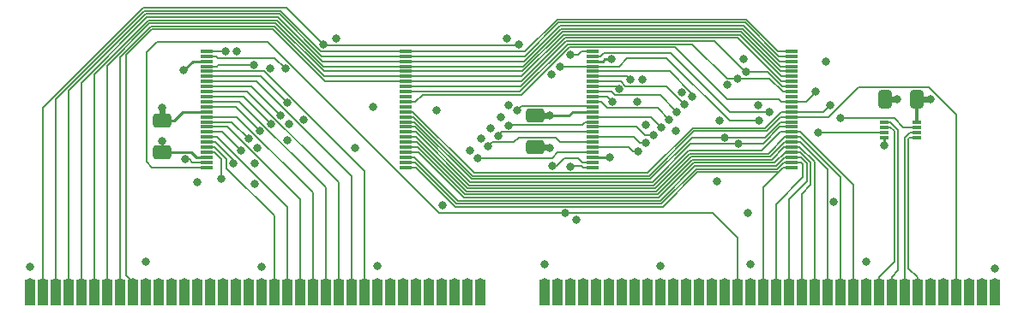
<source format=gtl>
G04 #@! TF.GenerationSoftware,KiCad,Pcbnew,9.0.0*
G04 #@! TF.CreationDate,2025-04-30T20:38:19+02:00*
G04 #@! TF.ProjectId,simm72_rom_smd,73696d6d-3732-45f7-926f-6d5f736d642e,A1*
G04 #@! TF.SameCoordinates,Original*
G04 #@! TF.FileFunction,Copper,L1,Top*
G04 #@! TF.FilePolarity,Positive*
%FSLAX46Y46*%
G04 Gerber Fmt 4.6, Leading zero omitted, Abs format (unit mm)*
G04 Created by KiCad (PCBNEW 9.0.0) date 2025-04-30 20:38:19*
%MOMM*%
%LPD*%
G01*
G04 APERTURE LIST*
G04 Aperture macros list*
%AMRoundRect*
0 Rectangle with rounded corners*
0 $1 Rounding radius*
0 $2 $3 $4 $5 $6 $7 $8 $9 X,Y pos of 4 corners*
0 Add a 4 corners polygon primitive as box body*
4,1,4,$2,$3,$4,$5,$6,$7,$8,$9,$2,$3,0*
0 Add four circle primitives for the rounded corners*
1,1,$1+$1,$2,$3*
1,1,$1+$1,$4,$5*
1,1,$1+$1,$6,$7*
1,1,$1+$1,$8,$9*
0 Add four rect primitives between the rounded corners*
20,1,$1+$1,$2,$3,$4,$5,0*
20,1,$1+$1,$4,$5,$6,$7,0*
20,1,$1+$1,$6,$7,$8,$9,0*
20,1,$1+$1,$8,$9,$2,$3,0*%
G04 Aperture macros list end*
G04 #@! TA.AperFunction,SMDPad,CuDef*
%ADD10R,1.040000X2.540000*%
G04 #@! TD*
G04 #@! TA.AperFunction,SMDPad,CuDef*
%ADD11R,1.300000X0.300000*%
G04 #@! TD*
G04 #@! TA.AperFunction,SMDPad,CuDef*
%ADD12RoundRect,0.250000X-0.650000X0.412500X-0.650000X-0.412500X0.650000X-0.412500X0.650000X0.412500X0*%
G04 #@! TD*
G04 #@! TA.AperFunction,SMDPad,CuDef*
%ADD13R,0.850000X0.300000*%
G04 #@! TD*
G04 #@! TA.AperFunction,SMDPad,CuDef*
%ADD14RoundRect,0.250000X0.412500X0.650000X-0.412500X0.650000X-0.412500X-0.650000X0.412500X-0.650000X0*%
G04 #@! TD*
G04 #@! TA.AperFunction,ViaPad*
%ADD15C,0.800000*%
G04 #@! TD*
G04 #@! TA.AperFunction,Conductor*
%ADD16C,0.152400*%
G04 #@! TD*
G04 #@! TA.AperFunction,Conductor*
%ADD17C,0.254000*%
G04 #@! TD*
G04 #@! TA.AperFunction,Conductor*
%ADD18C,0.609600*%
G04 #@! TD*
G04 #@! TA.AperFunction,Conductor*
%ADD19C,0.304800*%
G04 #@! TD*
G04 APERTURE END LIST*
D10*
X57375000Y-113921000D03*
X58645000Y-113921000D03*
X59915000Y-113921000D03*
X61185000Y-113921000D03*
X62455000Y-113921000D03*
X63725000Y-113921000D03*
X64995000Y-113921000D03*
X66265000Y-113921000D03*
X67535000Y-113921000D03*
X68805000Y-113921000D03*
X70075000Y-113921000D03*
X71345000Y-113921000D03*
X72615000Y-113921000D03*
X73885000Y-113921000D03*
X75155000Y-113921000D03*
X76425000Y-113921000D03*
X77695000Y-113921000D03*
X78965000Y-113921000D03*
X80235000Y-113921000D03*
X81505000Y-113921000D03*
X82775000Y-113921000D03*
X84045000Y-113921000D03*
X85315000Y-113921000D03*
X86585000Y-113921000D03*
X87855000Y-113921000D03*
X89125000Y-113921000D03*
X90395000Y-113921000D03*
X91665000Y-113921000D03*
X92935000Y-113921000D03*
X94205000Y-113921000D03*
X95475000Y-113921000D03*
X96745000Y-113921000D03*
X98015000Y-113921000D03*
X99285000Y-113921000D03*
X100555000Y-113921000D03*
X101825000Y-113921000D03*
X108175000Y-113921000D03*
X109445000Y-113921000D03*
X110715000Y-113921000D03*
X111985000Y-113921000D03*
X113255000Y-113921000D03*
X114525000Y-113921000D03*
X115795000Y-113921000D03*
X117065000Y-113921000D03*
X118335000Y-113921000D03*
X119605000Y-113921000D03*
X120875000Y-113921000D03*
X122145000Y-113921000D03*
X123415000Y-113921000D03*
X124685000Y-113921000D03*
X125955000Y-113921000D03*
X127225000Y-113921000D03*
X128495000Y-113921000D03*
X129765000Y-113921000D03*
X131035000Y-113921000D03*
X132305000Y-113921000D03*
X133575000Y-113921000D03*
X134845000Y-113921000D03*
X136115000Y-113921000D03*
X137385000Y-113921000D03*
X138655000Y-113921000D03*
X139925000Y-113921000D03*
X141195000Y-113921000D03*
X142465000Y-113921000D03*
X143735000Y-113921000D03*
X145005000Y-113921000D03*
X146275000Y-113921000D03*
X147545000Y-113921000D03*
X148815000Y-113921000D03*
X150085000Y-113921000D03*
X151355000Y-113921000D03*
X152625000Y-113921000D03*
D11*
X132630000Y-101510000D03*
X132630000Y-101010000D03*
X132630000Y-100510000D03*
X132630000Y-100010000D03*
X132630000Y-99510000D03*
X132630000Y-99010000D03*
X132630000Y-98510000D03*
X132630000Y-98010000D03*
X132630000Y-97510000D03*
X132630000Y-97010000D03*
X132630000Y-96510000D03*
X132630000Y-96010000D03*
X132630000Y-95510000D03*
X132630000Y-95010000D03*
X132630000Y-94510000D03*
X132630000Y-94010000D03*
X132630000Y-93510000D03*
X132630000Y-93010000D03*
X132630000Y-92510000D03*
X132630000Y-92010000D03*
X132630000Y-91510000D03*
X132630000Y-91010000D03*
X132630000Y-90510000D03*
X132630000Y-90010000D03*
X112930000Y-90010000D03*
X112930000Y-90510000D03*
X112930000Y-91010000D03*
X112930000Y-91510000D03*
X112930000Y-92010000D03*
X112930000Y-92510000D03*
X112930000Y-93010000D03*
X112930000Y-93510000D03*
X112930000Y-94010000D03*
X112930000Y-94510000D03*
X112930000Y-95010000D03*
X112930000Y-95510000D03*
X112930000Y-96010000D03*
X112930000Y-96510000D03*
X112930000Y-97010000D03*
X112930000Y-97510000D03*
X112930000Y-98010000D03*
X112930000Y-98510000D03*
X112930000Y-99010000D03*
X112930000Y-99510000D03*
X112930000Y-100010000D03*
X112930000Y-100510000D03*
X112930000Y-101010000D03*
X112930000Y-101510000D03*
D12*
X107286000Y-96356500D03*
X107286000Y-99481500D03*
D13*
X141779000Y-97042000D03*
X141779000Y-97542000D03*
X141779000Y-98042000D03*
X141779000Y-98542000D03*
X144929000Y-98542000D03*
X144929000Y-98042000D03*
X144929000Y-97542000D03*
X144929000Y-97042000D03*
D12*
X70456000Y-96864500D03*
X70456000Y-99989500D03*
D14*
X144916500Y-94744000D03*
X141791500Y-94744000D03*
D11*
X94530000Y-101510000D03*
X94530000Y-101010000D03*
X94530000Y-100510000D03*
X94530000Y-100010000D03*
X94530000Y-99510000D03*
X94530000Y-99010000D03*
X94530000Y-98510000D03*
X94530000Y-98010000D03*
X94530000Y-97510000D03*
X94530000Y-97010000D03*
X94530000Y-96510000D03*
X94530000Y-96010000D03*
X94530000Y-95510000D03*
X94530000Y-95010000D03*
X94530000Y-94510000D03*
X94530000Y-94010000D03*
X94530000Y-93510000D03*
X94530000Y-93010000D03*
X94530000Y-92510000D03*
X94530000Y-92010000D03*
X94530000Y-91510000D03*
X94530000Y-91010000D03*
X94530000Y-90510000D03*
X94530000Y-90010000D03*
X74830000Y-90010000D03*
X74830000Y-90510000D03*
X74830000Y-91010000D03*
X74830000Y-91510000D03*
X74830000Y-92010000D03*
X74830000Y-92510000D03*
X74830000Y-93010000D03*
X74830000Y-93510000D03*
X74830000Y-94010000D03*
X74830000Y-94510000D03*
X74830000Y-95010000D03*
X74830000Y-95510000D03*
X74830000Y-96010000D03*
X74830000Y-96510000D03*
X74830000Y-97010000D03*
X74830000Y-97510000D03*
X74830000Y-98010000D03*
X74830000Y-98510000D03*
X74830000Y-99010000D03*
X74830000Y-99510000D03*
X74830000Y-100010000D03*
X74830000Y-100510000D03*
X74830000Y-101010000D03*
X74830000Y-101510000D03*
D15*
X58645000Y-112854200D03*
X86378816Y-89362184D03*
X76679000Y-90045000D03*
X105635000Y-89381900D03*
X110778134Y-90362134D03*
X59915000Y-112854200D03*
X61185000Y-112854200D03*
X62455000Y-112854200D03*
X63725000Y-112854200D03*
X64995000Y-112854200D03*
X66265000Y-112854200D03*
X67535000Y-112854200D03*
X138655000Y-112854200D03*
X137385000Y-112854200D03*
X136115000Y-112854200D03*
X101952000Y-98681000D03*
X121764000Y-94109000D03*
X127860000Y-90813900D03*
X108175000Y-111127000D03*
X142973000Y-94744000D03*
X79593100Y-101094000D03*
X114779000Y-90800100D03*
X68805000Y-110873000D03*
X128495000Y-112854200D03*
X121135900Y-97919000D03*
X68805000Y-112854200D03*
X126209000Y-93340100D03*
X128495000Y-111127000D03*
X70456000Y-98935000D03*
X80235000Y-111381000D03*
X111350000Y-106675100D03*
X73885000Y-102999000D03*
X135988000Y-91061000D03*
X77822000Y-90045000D03*
X125447000Y-96903000D03*
X141779000Y-99316000D03*
X82775000Y-98808000D03*
X139925000Y-110873000D03*
X104492000Y-88775000D03*
X97507000Y-95887000D03*
X125193000Y-102872000D03*
X91665000Y-112854200D03*
X114652000Y-100509800D03*
X129257000Y-95379000D03*
X72568034Y-91903034D03*
X108175000Y-112854200D03*
X89506000Y-99570000D03*
X79593100Y-103126000D03*
X117319000Y-95004900D03*
X81124000Y-91695500D03*
X139925000Y-112854200D03*
X91665000Y-111254000D03*
X108683000Y-99570000D03*
X79860900Y-99570000D03*
X91284000Y-95506000D03*
X118208000Y-97284000D03*
X87601000Y-88775000D03*
X98142000Y-105285000D03*
X128241000Y-106047000D03*
X100809000Y-99824000D03*
X102841000Y-97665000D03*
X119605000Y-112854200D03*
X104619000Y-95379000D03*
X80235000Y-112854200D03*
X136750000Y-104904000D03*
X82965134Y-97220866D03*
X108873134Y-92267134D03*
X84425634Y-96776366D03*
X103857000Y-96522000D03*
X119605000Y-111254000D03*
X117827000Y-92839000D03*
X70075000Y-112854200D03*
X76298000Y-102618000D03*
X77441000Y-101094000D03*
X71345000Y-112854200D03*
X72615000Y-112854200D03*
X78203000Y-99824000D03*
X73885000Y-112854200D03*
X78965000Y-98681000D03*
X80108366Y-97918634D03*
X75155000Y-112854200D03*
X81187866Y-97220134D03*
X76425000Y-112854200D03*
X82140000Y-96395000D03*
X77695000Y-112854200D03*
X78965000Y-112854200D03*
X82774634Y-95125366D03*
X81505000Y-112854200D03*
X82775000Y-112854200D03*
X84045000Y-112854200D03*
X85315000Y-112854200D03*
X86585000Y-112854200D03*
X87855000Y-112854200D03*
X89125000Y-112854200D03*
X90395000Y-112854200D03*
X92935000Y-112854200D03*
X101577900Y-100586000D03*
X94205000Y-112854200D03*
X102593900Y-99443000D03*
X103603000Y-98381900D03*
X95475000Y-112854200D03*
X104625900Y-97381900D03*
X96745000Y-112854200D03*
X105508000Y-95887000D03*
X98015000Y-112854200D03*
X114906000Y-94991100D03*
X99285000Y-112854200D03*
X100555000Y-112854200D03*
X115541000Y-93734900D03*
X101825000Y-112854200D03*
X116684000Y-92839000D03*
X117446000Y-99951000D03*
X109445000Y-112854200D03*
X118208000Y-99062000D03*
X110715000Y-112854200D03*
X118970000Y-98300000D03*
X111985000Y-112854200D03*
X119732000Y-97538000D03*
X113255000Y-112854200D03*
X114525000Y-112854200D03*
X120494000Y-96776000D03*
X121256000Y-96014000D03*
X115795000Y-112854200D03*
X117065000Y-112854200D03*
X122018000Y-95252000D03*
X122780000Y-94490000D03*
X118335000Y-112854200D03*
X122145000Y-112854200D03*
X125955000Y-98554000D03*
X123415000Y-112854200D03*
X127352000Y-99189000D03*
X127225000Y-92712000D03*
X124685000Y-112854200D03*
X125955000Y-112854200D03*
X128114000Y-92070100D03*
X127225000Y-112854200D03*
X110715000Y-101431100D03*
X110207000Y-106047000D03*
X129765000Y-112854200D03*
X131035000Y-112854200D03*
X132305000Y-112854200D03*
X133575000Y-112854200D03*
X134845000Y-112854200D03*
X130400000Y-96014000D03*
X135226000Y-98046000D03*
X109699000Y-91569000D03*
X79473000Y-91381006D03*
X147545000Y-112854200D03*
X129384000Y-96903000D03*
X148815000Y-112854200D03*
X146275000Y-112854200D03*
X150085000Y-112854200D03*
X151355000Y-112854200D03*
X137385000Y-96649000D03*
X82623090Y-91720410D03*
X142465000Y-112854200D03*
X141195000Y-112854200D03*
X145005000Y-112854200D03*
X143735000Y-112854200D03*
X152625000Y-111508000D03*
X108683000Y-96395000D03*
X72742000Y-100713000D03*
X108937000Y-101348000D03*
X57375000Y-111381000D03*
X146275000Y-94744000D03*
X134972000Y-93982000D03*
X70456000Y-95633000D03*
X136432500Y-95315500D03*
X57375000Y-112854200D03*
X152625000Y-112854200D03*
X120875000Y-112854200D03*
D16*
X111893000Y-90010000D02*
X112930000Y-90010000D01*
X76644000Y-90010000D02*
X74830000Y-90010000D01*
X82743632Y-85727000D02*
X68551000Y-85727000D01*
X105635000Y-89381900D02*
X105606900Y-89410000D01*
X86378816Y-89362184D02*
X82743632Y-85727000D01*
X111540866Y-90362134D02*
X111893000Y-90010000D01*
X76679000Y-90045000D02*
X76644000Y-90010000D01*
X68551000Y-85727000D02*
X58645000Y-95633000D01*
X110778134Y-90362134D02*
X111540866Y-90362134D01*
X86378816Y-89362184D02*
X86426632Y-89410000D01*
X86426632Y-89410000D02*
X105606900Y-89410000D01*
X58645000Y-95633000D02*
X58645000Y-112854200D01*
X131265578Y-90010000D02*
X132630000Y-90010000D01*
X82160164Y-86031800D02*
X86138364Y-90010000D01*
X59915000Y-94794052D02*
X68677252Y-86031800D01*
X128125578Y-86870000D02*
X131265578Y-90010000D01*
X68677252Y-86031800D02*
X82160164Y-86031800D01*
X86138364Y-90010000D02*
X94530000Y-90010000D01*
X109445000Y-86870000D02*
X128125578Y-86870000D01*
X59915000Y-112854200D02*
X59915000Y-94794052D01*
X94530000Y-90010000D02*
X106305000Y-90010000D01*
X106305000Y-90010000D02*
X109445000Y-86870000D01*
X132630000Y-90510000D02*
X131334526Y-90510000D01*
X61185000Y-93955104D02*
X61185000Y-112854200D01*
X94530000Y-90510000D02*
X86207312Y-90510000D01*
X68803504Y-86336600D02*
X61185000Y-93955104D01*
X82033912Y-86336600D02*
X68803504Y-86336600D01*
X86207312Y-90510000D02*
X82033912Y-86336600D01*
X131334526Y-90510000D02*
X127999326Y-87174800D01*
X109571252Y-87174800D02*
X106236052Y-90510000D01*
X127999326Y-87174800D02*
X109571252Y-87174800D01*
X106236052Y-90510000D02*
X94530000Y-90510000D01*
X106167104Y-91010000D02*
X109697504Y-87479600D01*
X62455000Y-93116156D02*
X68929756Y-86641400D01*
X94530000Y-91010000D02*
X106167104Y-91010000D01*
X62455000Y-112854200D02*
X62455000Y-93116156D01*
X81907660Y-86641400D02*
X86276260Y-91010000D01*
X131403474Y-91010000D02*
X132630000Y-91010000D01*
X109697504Y-87479600D02*
X127873074Y-87479600D01*
X86276260Y-91010000D02*
X94530000Y-91010000D01*
X127873074Y-87479600D02*
X131403474Y-91010000D01*
X68929756Y-86641400D02*
X81907660Y-86641400D01*
X69056008Y-86946200D02*
X63725000Y-92277208D01*
X132630000Y-91510000D02*
X131472422Y-91510000D01*
X63725000Y-92277208D02*
X63725000Y-112854200D01*
X94530000Y-91510000D02*
X86345208Y-91510000D01*
X109823756Y-87784400D02*
X106098156Y-91510000D01*
X86345208Y-91510000D02*
X81781408Y-86946200D01*
X131472422Y-91510000D02*
X127746822Y-87784400D01*
X127746822Y-87784400D02*
X109823756Y-87784400D01*
X106098156Y-91510000D02*
X94530000Y-91510000D01*
X81781408Y-86946200D02*
X69056008Y-86946200D01*
X109950008Y-88089200D02*
X127605252Y-88089200D01*
X81655156Y-87251000D02*
X86414156Y-92010000D01*
X64995000Y-91442000D02*
X69186000Y-87251000D01*
X86414156Y-92010000D02*
X94530000Y-92010000D01*
X69186000Y-87251000D02*
X81655156Y-87251000D01*
X106029208Y-92010000D02*
X109950008Y-88089200D01*
X127605252Y-88089200D02*
X131526052Y-92010000D01*
X131526052Y-92010000D02*
X132630000Y-92010000D01*
X94530000Y-92010000D02*
X106029208Y-92010000D01*
X64995000Y-112854200D02*
X64995000Y-91442000D01*
X131595000Y-92510000D02*
X127479000Y-88394000D01*
X86483104Y-92510000D02*
X81528904Y-87555800D01*
X81528904Y-87555800D02*
X69312252Y-87555800D01*
X66265000Y-90603052D02*
X66265000Y-112854200D01*
X110076260Y-88394000D02*
X105960260Y-92510000D01*
X105960260Y-92510000D02*
X94530000Y-92510000D01*
X132630000Y-92510000D02*
X131595000Y-92510000D01*
X94530000Y-92510000D02*
X86483104Y-92510000D01*
X127479000Y-88394000D02*
X110076260Y-88394000D01*
X69312252Y-87555800D02*
X66265000Y-90603052D01*
X67535000Y-112854200D02*
X66900000Y-112219200D01*
X69438504Y-87860600D02*
X81402652Y-87860600D01*
X94530000Y-93010000D02*
X105891312Y-93010000D01*
X66900000Y-112219200D02*
X66900000Y-90399104D01*
X127275800Y-88698800D02*
X131587000Y-93010000D01*
X86552052Y-93010000D02*
X94530000Y-93010000D01*
X66900000Y-90399104D02*
X69438504Y-87860600D01*
X131587000Y-93010000D02*
X132630000Y-93010000D01*
X110202512Y-88698800D02*
X127275800Y-88698800D01*
X81402652Y-87860600D02*
X86552052Y-93010000D01*
X105891312Y-93010000D02*
X110202512Y-88698800D01*
X133432400Y-98010000D02*
X138655000Y-103232600D01*
X131452000Y-98010000D02*
X132630000Y-98010000D01*
X122404236Y-99849400D02*
X129612600Y-99849400D01*
X94530000Y-98010000D02*
X95470296Y-98010000D01*
X100738696Y-103278400D02*
X118975236Y-103278400D01*
X118975236Y-103278400D02*
X122404236Y-99849400D01*
X95470296Y-98010000D02*
X100738696Y-103278400D01*
X138655000Y-103232600D02*
X138655000Y-112854200D01*
X132630000Y-98010000D02*
X133432400Y-98010000D01*
X129612600Y-99849400D02*
X131452000Y-98010000D01*
X132630000Y-98510000D02*
X133432400Y-98510000D01*
X133432400Y-98510000D02*
X137385000Y-102462600D01*
X119101488Y-103583200D02*
X100612444Y-103583200D01*
X130278200Y-100154200D02*
X122530488Y-100154200D01*
X137385000Y-102462600D02*
X137385000Y-112854200D01*
X131922400Y-98510000D02*
X130278200Y-100154200D01*
X122530488Y-100154200D02*
X119101488Y-103583200D01*
X95539244Y-98510000D02*
X94530000Y-98510000D01*
X132630000Y-98510000D02*
X131922400Y-98510000D01*
X100612444Y-103583200D02*
X95539244Y-98510000D01*
X100486192Y-103888000D02*
X119227740Y-103888000D01*
X119227740Y-103888000D02*
X122656740Y-100459000D01*
X94530000Y-99010000D02*
X95608192Y-99010000D01*
X95608192Y-99010000D02*
X100486192Y-103888000D01*
X133432400Y-99010000D02*
X136115000Y-101692600D01*
X122656740Y-100459000D02*
X130492748Y-100459000D01*
X132630000Y-99010000D02*
X133432400Y-99010000D01*
X131941748Y-99010000D02*
X132630000Y-99010000D01*
X130492748Y-100459000D02*
X131941748Y-99010000D01*
X136115000Y-101692600D02*
X136115000Y-112854200D01*
D17*
X114150900Y-90800100D02*
X113941000Y-91010000D01*
D18*
X141791500Y-94744000D02*
X142973000Y-94744000D01*
D17*
X141779000Y-99316000D02*
X141779000Y-98542000D01*
X74830000Y-91010000D02*
X73461068Y-91010000D01*
D18*
X107286000Y-99481500D02*
X108594500Y-99481500D01*
D17*
X74830000Y-100510000D02*
X73809000Y-100510000D01*
X70456000Y-99989500D02*
X70456000Y-98935000D01*
X108594500Y-99481500D02*
X108683000Y-99570000D01*
X73288500Y-99989500D02*
X70456000Y-99989500D01*
X73809000Y-100510000D02*
X73288500Y-99989500D01*
X114779000Y-90800100D02*
X114150900Y-90800100D01*
X73461068Y-91010000D02*
X72568034Y-91903034D01*
X114651800Y-100510000D02*
X114652000Y-100509800D01*
X112930000Y-100510000D02*
X114651800Y-100510000D01*
X113941000Y-91010000D02*
X112930000Y-91010000D01*
D16*
X75632400Y-100010000D02*
X76298000Y-100675600D01*
X76298000Y-100675600D02*
X76298000Y-102618000D01*
X74830000Y-100010000D02*
X75632400Y-100010000D01*
X77441000Y-100789948D02*
X77441000Y-101094000D01*
X75661052Y-99010000D02*
X77441000Y-100789948D01*
X74830000Y-99010000D02*
X75661052Y-99010000D01*
X76389000Y-98010000D02*
X74830000Y-98010000D01*
X78203000Y-99824000D02*
X76389000Y-98010000D01*
X77294000Y-97010000D02*
X74830000Y-97010000D01*
X78965000Y-98681000D02*
X77294000Y-97010000D01*
X77699732Y-95510000D02*
X74830000Y-95510000D01*
X80108366Y-97918634D02*
X77699732Y-95510000D01*
X78477732Y-94510000D02*
X74830000Y-94510000D01*
X81187866Y-97220134D02*
X78477732Y-94510000D01*
X79254268Y-93510000D02*
X74830000Y-93510000D01*
X82139268Y-96395000D02*
X79254268Y-93510000D01*
X82140000Y-96395000D02*
X82139268Y-96395000D01*
X80159268Y-92510000D02*
X74830000Y-92510000D01*
X82774634Y-95125366D02*
X80159268Y-92510000D01*
X81505000Y-112854200D02*
X81505000Y-106301000D01*
X75587200Y-99510000D02*
X74830000Y-99510000D01*
X76806000Y-100728800D02*
X75587200Y-99510000D01*
X81505000Y-106301000D02*
X76806000Y-101602000D01*
X76806000Y-101602000D02*
X76806000Y-100728800D01*
X82775000Y-105412000D02*
X75873000Y-98510000D01*
X75873000Y-98510000D02*
X74830000Y-98510000D01*
X82775000Y-112854200D02*
X82775000Y-105412000D01*
X84045000Y-104650000D02*
X76905000Y-97510000D01*
X84045000Y-112854200D02*
X84045000Y-104650000D01*
X76905000Y-97510000D02*
X74830000Y-97510000D01*
X85315000Y-112854200D02*
X85315000Y-104015000D01*
X77810000Y-96510000D02*
X74830000Y-96510000D01*
X85315000Y-104015000D02*
X77810000Y-96510000D01*
X78088000Y-95010000D02*
X74830000Y-95010000D01*
X86585000Y-103507000D02*
X78088000Y-95010000D01*
X86585000Y-112854200D02*
X86585000Y-103507000D01*
X87855000Y-102999000D02*
X78866000Y-94010000D01*
X78866000Y-94010000D02*
X74830000Y-94010000D01*
X87855000Y-112854200D02*
X87855000Y-102999000D01*
X89125000Y-112854200D02*
X89125000Y-102364000D01*
X79771000Y-93010000D02*
X74830000Y-93010000D01*
X89125000Y-102364000D02*
X79771000Y-93010000D01*
X90395000Y-101855475D02*
X80549525Y-92010000D01*
X90395000Y-112854200D02*
X90395000Y-101855475D01*
X80549525Y-92010000D02*
X74830000Y-92010000D01*
X109513000Y-100010000D02*
X112930000Y-100010000D01*
X101577900Y-100586000D02*
X108937000Y-100586000D01*
X108937000Y-100586000D02*
X109513000Y-100010000D01*
X105178500Y-99010500D02*
X105635000Y-98554000D01*
X109318000Y-98554000D02*
X109774000Y-99010000D01*
X109774000Y-99010000D02*
X112930000Y-99010000D01*
X112878000Y-99062000D02*
X112930000Y-99010000D01*
X105635000Y-98554000D02*
X109318000Y-98554000D01*
X103026400Y-99010500D02*
X105178500Y-99010500D01*
X102593900Y-99443000D02*
X103026400Y-99010500D01*
X103603000Y-98381900D02*
X103974900Y-98010000D01*
X103974900Y-98010000D02*
X112930000Y-98010000D01*
X112172800Y-97010000D02*
X112930000Y-97010000D01*
X104723800Y-97284000D02*
X111898800Y-97284000D01*
X111898800Y-97284000D02*
X112172800Y-97010000D01*
X104625900Y-97381900D02*
X104723800Y-97284000D01*
X112885400Y-95465400D02*
X112930000Y-95510000D01*
X105508000Y-95887000D02*
X105929600Y-95465400D01*
X105929600Y-95465400D02*
X112885400Y-95465400D01*
X114424900Y-94510000D02*
X112930000Y-94510000D01*
X114906000Y-94991100D02*
X114424900Y-94510000D01*
X115316100Y-93510000D02*
X112930000Y-93510000D01*
X115541000Y-93734900D02*
X115316100Y-93510000D01*
X116684000Y-92839000D02*
X116355000Y-92510000D01*
X116355000Y-92510000D02*
X112930000Y-92510000D01*
X116497000Y-99510000D02*
X116938000Y-99951000D01*
X112930000Y-99510000D02*
X116497000Y-99510000D01*
X116938000Y-99951000D02*
X117446000Y-99951000D01*
X117021000Y-98510000D02*
X112930000Y-98510000D01*
X117573000Y-99062000D02*
X117021000Y-98510000D01*
X118208000Y-99062000D02*
X117573000Y-99062000D01*
X118081000Y-98300000D02*
X117291000Y-97510000D01*
X117291000Y-97510000D02*
X112930000Y-97510000D01*
X118970000Y-98300000D02*
X118081000Y-98300000D01*
X119732000Y-97538000D02*
X118704000Y-96510000D01*
X118704000Y-96510000D02*
X112930000Y-96510000D01*
X114398000Y-95633000D02*
X113775000Y-95010000D01*
X113775000Y-95010000D02*
X112930000Y-95010000D01*
X120494000Y-96776000D02*
X119351000Y-95633000D01*
X119351000Y-95633000D02*
X114398000Y-95633000D01*
X114807000Y-94010000D02*
X112930000Y-94010000D01*
X119605000Y-94363000D02*
X115160000Y-94363000D01*
X121256000Y-96014000D02*
X119605000Y-94363000D01*
X115160000Y-94363000D02*
X114807000Y-94010000D01*
X115705075Y-93010000D02*
X112930000Y-93010000D01*
X116169075Y-93474000D02*
X115705075Y-93010000D01*
X120240000Y-93474000D02*
X116169075Y-93474000D01*
X122018000Y-95252000D02*
X120240000Y-93474000D01*
X120554000Y-92010000D02*
X112930000Y-92010000D01*
X122780000Y-94236000D02*
X120554000Y-92010000D01*
X122780000Y-94490000D02*
X122780000Y-94236000D01*
X129962548Y-98560400D02*
X131512948Y-97010000D01*
X118665200Y-102668800D02*
X100991200Y-102668800D01*
X125955000Y-98554000D02*
X125961400Y-98560400D01*
X131512948Y-97010000D02*
X132630000Y-97010000D01*
X122780000Y-98554000D02*
X118665200Y-102668800D01*
X95332400Y-97010000D02*
X94530000Y-97010000D01*
X100991200Y-102668800D02*
X95332400Y-97010000D01*
X125955000Y-98554000D02*
X122780000Y-98554000D01*
X125961400Y-98560400D02*
X129962548Y-98560400D01*
X127352000Y-99189000D02*
X122633584Y-99189000D01*
X118848984Y-102973600D02*
X100864948Y-102973600D01*
X131444000Y-97510000D02*
X132630000Y-97510000D01*
X127352000Y-99189000D02*
X129765000Y-99189000D01*
X122633584Y-99189000D02*
X118848984Y-102973600D01*
X129765000Y-99189000D02*
X131444000Y-97510000D01*
X95401348Y-97510000D02*
X94530000Y-97510000D01*
X100864948Y-102973600D02*
X95401348Y-97510000D01*
X127225000Y-92712000D02*
X126209000Y-92712000D01*
X131724896Y-94010000D02*
X132630000Y-94010000D01*
X122805400Y-89308400D02*
X110455016Y-89308400D01*
X127225000Y-92712000D02*
X130426896Y-92712000D01*
X130426896Y-92712000D02*
X131724896Y-94010000D01*
X105753416Y-94010000D02*
X94530000Y-94010000D01*
X126209000Y-92712000D02*
X122805400Y-89308400D01*
X110455016Y-89308400D02*
X105753416Y-94010000D01*
X128043600Y-92070100D02*
X124977100Y-89003600D01*
X128114000Y-92070100D02*
X128043600Y-92070100D01*
X128120900Y-92077000D02*
X130222948Y-92077000D01*
X105822364Y-93510000D02*
X94530000Y-93510000D01*
X128114000Y-92070100D02*
X128120900Y-92077000D01*
X124977100Y-89003600D02*
X110328764Y-89003600D01*
X110328764Y-89003600D02*
X105822364Y-93510000D01*
X130222948Y-92077000D02*
X131655948Y-93510000D01*
X131655948Y-93510000D02*
X132630000Y-93510000D01*
X112020000Y-101510000D02*
X112930000Y-101510000D01*
X127225000Y-108460000D02*
X127225000Y-112854200D01*
X68932000Y-90091312D02*
X68932000Y-100967000D01*
X111858000Y-101348000D02*
X112020000Y-101510000D01*
X110207000Y-106047000D02*
X97837948Y-106047000D01*
X69475000Y-101510000D02*
X74830000Y-101510000D01*
X80870748Y-89079800D02*
X69943512Y-89079800D01*
X69943512Y-89079800D02*
X68932000Y-90091312D01*
X110798100Y-101348000D02*
X110715000Y-101431100D01*
X124812000Y-106047000D02*
X127225000Y-108460000D01*
X97837948Y-106047000D02*
X80870748Y-89079800D01*
X110207000Y-106047000D02*
X124812000Y-106047000D01*
X68932000Y-100967000D02*
X69475000Y-101510000D01*
X111858000Y-101348000D02*
X110798100Y-101348000D01*
X95470296Y-101510000D02*
X94530000Y-101510000D01*
X129765000Y-103507000D02*
X131289000Y-101983000D01*
X99372296Y-105412000D02*
X95470296Y-101510000D01*
X131762000Y-101510000D02*
X131289000Y-101983000D01*
X131289000Y-101983000D02*
X123288000Y-101983000D01*
X129765000Y-112854200D02*
X129765000Y-103507000D01*
X123288000Y-101983000D02*
X119859000Y-105412000D01*
X119859000Y-105412000D02*
X99372296Y-105412000D01*
X132630000Y-101510000D02*
X131762000Y-101510000D01*
X133702000Y-102491000D02*
X133702000Y-101221000D01*
X131162748Y-101678200D02*
X131830948Y-101010000D01*
X123161748Y-101678200D02*
X131162748Y-101678200D01*
X94530000Y-101010000D02*
X95401348Y-101010000D01*
X95401348Y-101010000D02*
X99498548Y-105107200D01*
X133491000Y-101010000D02*
X132630000Y-101010000D01*
X133702000Y-101221000D02*
X133491000Y-101010000D01*
X99498548Y-105107200D02*
X119732748Y-105107200D01*
X131035000Y-112854200D02*
X131035000Y-105158000D01*
X131035000Y-105158000D02*
X133702000Y-102491000D01*
X119732748Y-105107200D02*
X123161748Y-101678200D01*
X131830948Y-101010000D02*
X132630000Y-101010000D01*
X132305000Y-112854200D02*
X132305000Y-104650000D01*
X123035496Y-101373400D02*
X119606496Y-104802400D01*
X134083000Y-102872000D02*
X134083000Y-101094000D01*
X95332400Y-100510000D02*
X94530000Y-100510000D01*
X133499000Y-100510000D02*
X132630000Y-100510000D01*
X132305000Y-104650000D02*
X134083000Y-102872000D01*
X99624800Y-104802400D02*
X95332400Y-100510000D01*
X131036496Y-101373400D02*
X123035496Y-101373400D01*
X132630000Y-100510000D02*
X131899896Y-100510000D01*
X131899896Y-100510000D02*
X131036496Y-101373400D01*
X119606496Y-104802400D02*
X99624800Y-104802400D01*
X134083000Y-101094000D02*
X133499000Y-100510000D01*
X134464000Y-103253000D02*
X134464000Y-101043948D01*
X130910244Y-101068600D02*
X131968844Y-100010000D01*
X131968844Y-100010000D02*
X132630000Y-100010000D01*
X95746088Y-100010000D02*
X100233688Y-104497600D01*
X119480244Y-104497600D02*
X122909244Y-101068600D01*
X133430052Y-100010000D02*
X132630000Y-100010000D01*
X134464000Y-101043948D02*
X133430052Y-100010000D01*
X94530000Y-100010000D02*
X95746088Y-100010000D01*
X122909244Y-101068600D02*
X130910244Y-101068600D01*
X133575000Y-104142000D02*
X134464000Y-103253000D01*
X133575000Y-112854200D02*
X133575000Y-104142000D01*
X100233688Y-104497600D02*
X119480244Y-104497600D01*
X95677140Y-99510000D02*
X94530000Y-99510000D01*
X130619000Y-100763800D02*
X122782992Y-100763800D01*
X133387200Y-99510000D02*
X132630000Y-99510000D01*
X100359940Y-104192800D02*
X95677140Y-99510000D01*
X134845000Y-100967800D02*
X133387200Y-99510000D01*
X122782992Y-100763800D02*
X119353992Y-104192800D01*
X132630000Y-99510000D02*
X131872800Y-99510000D01*
X119353992Y-104192800D02*
X100359940Y-104192800D01*
X131872800Y-99510000D02*
X130619000Y-100763800D01*
X134845000Y-112854200D02*
X134845000Y-100967800D01*
X126463000Y-96014000D02*
X130400000Y-96014000D01*
X120621000Y-90172000D02*
X126463000Y-96014000D01*
X114025200Y-90172000D02*
X120621000Y-90172000D01*
X112930000Y-90510000D02*
X113687200Y-90510000D01*
X135226000Y-98046000D02*
X135230000Y-98042000D01*
X135230000Y-98042000D02*
X141779000Y-98042000D01*
X113687200Y-90510000D02*
X114025200Y-90172000D01*
X120240000Y-90680000D02*
X116366500Y-90680000D01*
X129384000Y-96903000D02*
X126463000Y-96903000D01*
X115536500Y-91510000D02*
X112930000Y-91510000D01*
X126463000Y-96903000D02*
X120240000Y-90680000D01*
X109758000Y-91510000D02*
X109699000Y-91569000D01*
X112930000Y-91510000D02*
X109758000Y-91510000D01*
X79473000Y-91381006D02*
X75977994Y-91381006D01*
X75977994Y-91381006D02*
X75849000Y-91510000D01*
X116366500Y-90680000D02*
X115536500Y-91510000D01*
X75849000Y-91510000D02*
X74830000Y-91510000D01*
X148815000Y-112854200D02*
X148815000Y-96268000D01*
X148815000Y-96268000D02*
X146148000Y-93601000D01*
X130122000Y-97919000D02*
X122983948Y-97919000D01*
X132630000Y-96510000D02*
X131531000Y-96510000D01*
X95263452Y-96510000D02*
X94530000Y-96510000D01*
X101117452Y-102364000D02*
X95263452Y-96510000D01*
X146148000Y-93601000D02*
X139163000Y-93601000D01*
X118538948Y-102364000D02*
X101117452Y-102364000D01*
X136254000Y-96510000D02*
X132630000Y-96510000D01*
X139163000Y-93601000D02*
X136254000Y-96510000D01*
X131531000Y-96510000D02*
X130122000Y-97919000D01*
X122983948Y-97919000D02*
X118538948Y-102364000D01*
X144929000Y-97542000D02*
X143612000Y-97542000D01*
X143612000Y-97542000D02*
X142719000Y-96649000D01*
X82623090Y-91720410D02*
X81576280Y-90673600D01*
X81576280Y-90673600D02*
X75974113Y-90673600D01*
X142719000Y-96649000D02*
X137385000Y-96649000D01*
X75974113Y-90673600D02*
X75810513Y-90510000D01*
X75810513Y-90510000D02*
X74830000Y-90510000D01*
X143100000Y-111711200D02*
X143100000Y-97785600D01*
X143100000Y-97785600D02*
X142356400Y-97042000D01*
X142465000Y-112854200D02*
X142465000Y-112346200D01*
X142356400Y-97042000D02*
X141779000Y-97042000D01*
X142465000Y-112346200D02*
X143100000Y-111711200D01*
X142719000Y-110847600D02*
X142719000Y-97904600D01*
X141195000Y-112371600D02*
X142719000Y-110847600D01*
X142719000Y-97904600D02*
X142356400Y-97542000D01*
X141195000Y-112854200D02*
X141195000Y-112371600D01*
X142356400Y-97542000D02*
X141779000Y-97542000D01*
X144116000Y-98681000D02*
X144255000Y-98542000D01*
X144255000Y-98542000D02*
X144929000Y-98542000D01*
X145005000Y-112854200D02*
X145005000Y-112397000D01*
X145005000Y-112397000D02*
X144116000Y-111508000D01*
X144116000Y-111508000D02*
X144116000Y-98681000D01*
X144247000Y-98042000D02*
X144929000Y-98042000D01*
X143735000Y-98554000D02*
X144247000Y-98042000D01*
X143735000Y-112854200D02*
X143735000Y-98554000D01*
X73123000Y-100713000D02*
X72742000Y-100713000D01*
X135738000Y-96010000D02*
X132630000Y-96010000D01*
X111477000Y-100586000D02*
X111901000Y-101010000D01*
D19*
X144929000Y-94756500D02*
X144916500Y-94744000D01*
D16*
X134972000Y-94045500D02*
X134007500Y-95010000D01*
X74830000Y-101010000D02*
X73420000Y-101010000D01*
D17*
X108683000Y-96395000D02*
X110588000Y-96395000D01*
D18*
X144916500Y-94744000D02*
X146275000Y-94744000D01*
D16*
X134972000Y-93982000D02*
X134972000Y-94045500D01*
X95463000Y-95010000D02*
X96158200Y-94314800D01*
D17*
X110588000Y-96395000D02*
X110973000Y-96010000D01*
D16*
X134007500Y-95010000D02*
X132630000Y-95010000D01*
X111901000Y-101010000D02*
X112930000Y-101010000D01*
D17*
X74830000Y-96010000D02*
X72492000Y-96010000D01*
D16*
X118412696Y-102059200D02*
X122857696Y-97614200D01*
D17*
X108683000Y-96395000D02*
X108644500Y-96356500D01*
D16*
X131599948Y-96010000D02*
X132630000Y-96010000D01*
X131320900Y-94744000D02*
X131586900Y-95010000D01*
D18*
X108644500Y-96356500D02*
X107794000Y-96356500D01*
D16*
X136432500Y-95315500D02*
X135738000Y-96010000D01*
X110638800Y-89613200D02*
X121078200Y-89613200D01*
X95194504Y-96010000D02*
X101243704Y-102059200D01*
X126209000Y-94744000D02*
X131320900Y-94744000D01*
D19*
X144929000Y-97042000D02*
X144929000Y-94756500D01*
D16*
X96158200Y-94314800D02*
X105937200Y-94314800D01*
X94530000Y-95010000D02*
X95463000Y-95010000D01*
D17*
X72492000Y-96010000D02*
X71637500Y-96864500D01*
D16*
X108937000Y-101348000D02*
X109425763Y-101348000D01*
D18*
X70456000Y-96864500D02*
X70456000Y-95633000D01*
D16*
X129995748Y-97614200D02*
X131599948Y-96010000D01*
X73420000Y-101010000D02*
X73123000Y-100713000D01*
X110187763Y-100586000D02*
X111477000Y-100586000D01*
X121078200Y-89613200D02*
X126209000Y-94744000D01*
X122857696Y-97614200D02*
X129995748Y-97614200D01*
X94530000Y-96010000D02*
X95194504Y-96010000D01*
X105937200Y-94314800D02*
X110638800Y-89613200D01*
D17*
X110973000Y-96010000D02*
X112930000Y-96010000D01*
D16*
X131586900Y-95010000D02*
X132630000Y-95010000D01*
X109425763Y-101348000D02*
X110187763Y-100586000D01*
D17*
X71637500Y-96864500D02*
X70456000Y-96864500D01*
D16*
X101243704Y-102059200D02*
X118412696Y-102059200D01*
M02*

</source>
